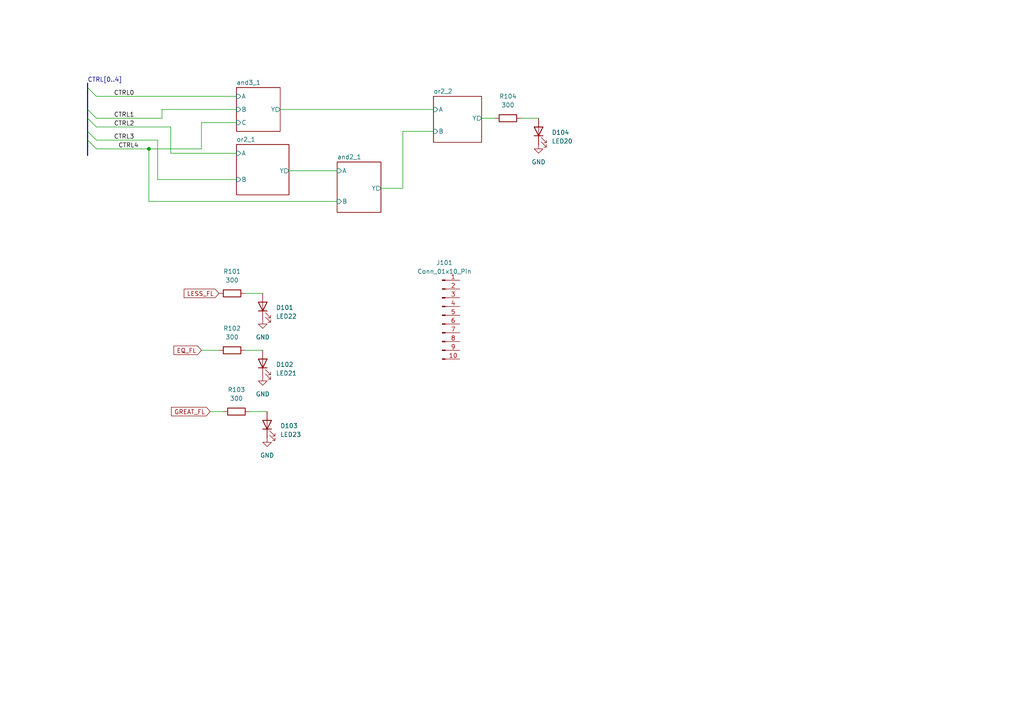
<source format=kicad_sch>
(kicad_sch (version 20250114) (generator "eeschema") (generator_version "9.0")
  (paper "A4")
  (lib_symbols
    (symbol "Connector:Conn_01x10_Pin" (pin_names (offset 1.016) (hide yes))
      (property "Reference" "J" (at 0 12.7 0))
      (property "Value" "Conn_01x10_Pin" (at 0 -15.24 0))
      (symbol "Conn_01x10_Pin_1_1"
        (rectangle (start 0.8636 10.287) (end 0 10.033) (stroke (width 0.1524)) (fill (type outline)))
        (rectangle (start 0.8636 7.747) (end 0 7.493) (stroke (width 0.1524)) (fill (type outline)))
        (rectangle (start 0.8636 5.207) (end 0 4.953) (stroke (width 0.1524)) (fill (type outline)))
        (rectangle (start 0.8636 2.667) (end 0 2.413) (stroke (width 0.1524)) (fill (type outline)))
        (rectangle (start 0.8636 0.127) (end 0 -0.127) (stroke (width 0.1524)) (fill (type outline)))
        (rectangle (start 0.8636 -2.413) (end 0 -2.667) (stroke (width 0.1524)) (fill (type outline)))
        (rectangle (start 0.8636 -4.953) (end 0 -5.207) (stroke (width 0.1524)) (fill (type outline)))
        (rectangle (start 0.8636 -7.493) (end 0 -7.747) (stroke (width 0.1524)) (fill (type outline)))
        (rectangle (start 0.8636 -10.033) (end 0 -10.287) (stroke (width 0.1524)) (fill (type outline)))
        (rectangle (start 0.8636 -12.573) (end 0 -12.827) (stroke (width 0.1524)) (fill (type outline)))
        (polyline (pts (xy 1.27 10.16) (xy 0.8636 10.16)) (stroke (width 0.1524)))
        (polyline (pts (xy 1.27 7.62) (xy 0.8636 7.62)) (stroke (width 0.1524)))
        (polyline (pts (xy 1.27 5.08) (xy 0.8636 5.08)) (stroke (width 0.1524)))
        (polyline (pts (xy 1.27 2.54) (xy 0.8636 2.54)) (stroke (width 0.1524)))
        (polyline (pts (xy 1.27 0) (xy 0.8636 0)) (stroke (width 0.1524)))
        (polyline (pts (xy 1.27 -2.54) (xy 0.8636 -2.54)) (stroke (width 0.1524)))
        (polyline (pts (xy 1.27 -5.08) (xy 0.8636 -5.08)) (stroke (width 0.1524)))
        (polyline (pts (xy 1.27 -7.62) (xy 0.8636 -7.62)) (stroke (width 0.1524)))
        (polyline (pts (xy 1.27 -10.16) (xy 0.8636 -10.16)) (stroke (width 0.1524)))
        (polyline (pts (xy 1.27 -12.7) (xy 0.8636 -12.7)) (stroke (width 0.1524)))
        (pin passive line (at 5.08 10.16 180) (length 3.81) (name "Pin_1") (number "1"))
        (pin passive line (at 5.08 7.62 180) (length 3.81) (name "Pin_2") (number "2"))
        (pin passive line (at 5.08 5.08 180) (length 3.81) (name "Pin_3") (number "3"))
        (pin passive line (at 5.08 2.54 180) (length 3.81) (name "Pin_4") (number "4"))
        (pin passive line (at 5.08 0 180) (length 3.81) (name "Pin_5") (number "5"))
        (pin passive line (at 5.08 -2.54 180) (length 3.81) (name "Pin_6") (number "6"))
        (pin passive line (at 5.08 -5.08 180) (length 3.81) (name "Pin_7") (number "7"))
        (pin passive line (at 5.08 -7.62 180) (length 3.81) (name "Pin_8") (number "8"))
        (pin passive line (at 5.08 -10.16 180) (length 3.81) (name "Pin_9") (number "9"))
        (pin passive line (at 5.08 -12.7 180) (length 3.81) (name "Pin_10") (number "10"))
      )
    )
    (symbol "Device:LED" (pin_numbers (hide yes)) (pin_names (offset 1.016) (hide yes))
      (property "Reference" "D" (at 0 2.54 0))
      (property "Value" "LED" (at 0 -2.54 0))
      (symbol "LED_0_1"
        (polyline (pts (xy -3.048 -0.762) (xy -4.572 -2.286) (xy -3.81 -2.286) (xy -4.572 -2.286) (xy -4.572 -1.524)))
        (polyline (pts (xy -1.778 -0.762) (xy -3.302 -2.286) (xy -2.54 -2.286) (xy -3.302 -2.286) (xy -3.302 -1.524)))
        (polyline (pts (xy -1.27 0) (xy 1.27 0)))
        (polyline (pts (xy -1.27 -1.27) (xy -1.27 1.27)) (stroke (width 0.254)))
        (polyline (pts (xy 1.27 -1.27) (xy 1.27 1.27) (xy -1.27 0) (xy 1.27 -1.27)) (stroke (width 0.254)))
      )
      (symbol "LED_1_1"
        (pin passive line (at -3.81 0 0) (length 2.54) (name "K") (number "1"))
        (pin passive line (at 3.81 0 180) (length 2.54) (name "A") (number "2"))
      )
    )
    (symbol "Device:R" (pin_numbers (hide yes)) (pin_names (offset 0))
      (property "Reference" "R" (at 2.032 0 90))
      (property "Value" "R" (at 0 0 90))
      (symbol "R_0_1"
        (rectangle (start -1.016 -2.54) (end 1.016 2.54) (stroke (width 0.254)))
      )
      (symbol "R_1_1"
        (pin passive line (at 0 3.81 270) (length 1.27) (name "~") (number "1"))
        (pin passive line (at 0 -3.81 90) (length 1.27) (name "~") (number "2"))
      )
    )
    (symbol "power:GND" (power) (pin_numbers (hide yes)) (pin_names (offset 0) (hide yes))
      (property "Value" "GND" (at 0 -3.81 0))
      (symbol "GND_0_1"
        (polyline (pts (xy 0 0) (xy 0 -1.27) (xy 1.27 -1.27) (xy 0 -2.54) (xy -1.27 -1.27) (xy 0 -1.27)))
      )
      (symbol "GND_1_1"
        (pin power_in line (at 0 0 270) (length 0) (name "~") (number "1"))
      )
    )
  )
  (junction (at 43.18 43.18))
  (bus_entry (at 25.4 31.75) (size 2.54 2.54))
  (bus_entry (at 25.4 38.1) (size 2.54 2.54))
  (bus_entry (at 25.4 25.4) (size 2.54 2.54))
  (bus_entry (at 25.4 34.29) (size 2.54 2.54))
  (bus_entry (at 25.4 40.64) (size 2.54 2.54))
  (wire (pts (xy 83.82 49.53) (xy 97.79 49.53)))
  (wire (pts (xy 49.53 36.83) (xy 49.53 44.45)))
  (wire (pts (xy 45.72 40.64) (xy 45.72 52.07)))
  (wire (pts (xy 45.72 52.07) (xy 68.58 52.07)))
  (wire (pts (xy 68.58 35.56) (xy 58.42 35.56)))
  (bus (pts (xy 25.4 34.29) (xy 25.4 38.1)))
  (wire (pts (xy 116.84 38.1) (xy 125.73 38.1)))
  (wire (pts (xy 139.7 34.29) (xy 143.51 34.29)))
  (wire (pts (xy 27.94 36.83) (xy 49.53 36.83)))
  (bus (pts (xy 25.4 24.13) (xy 25.4 25.4)))
  (wire (pts (xy 27.94 34.29) (xy 46.99 34.29)))
  (wire (pts (xy 81.28 31.75) (xy 125.73 31.75)))
  (bus (pts (xy 25.4 31.75) (xy 25.4 34.29)))
  (wire (pts (xy 110.49 54.61) (xy 116.84 54.61)))
  (wire (pts (xy 43.18 43.18) (xy 58.42 43.18)))
  (wire (pts (xy 58.42 101.6) (xy 63.5 101.6)))
  (wire (pts (xy 116.84 54.61) (xy 116.84 38.1)))
  (wire (pts (xy 60.96 119.38) (xy 64.77 119.38)))
  (wire (pts (xy 72.39 119.38) (xy 77.47 119.38)))
  (wire (pts (xy 43.18 58.42) (xy 97.79 58.42)))
  (bus (pts (xy 25.4 25.4) (xy 25.4 31.75)))
  (wire (pts (xy 46.99 31.75) (xy 46.99 34.29)))
  (wire (pts (xy 151.13 34.29) (xy 156.21 34.29)))
  (wire (pts (xy 68.58 31.75) (xy 46.99 31.75)))
  (wire (pts (xy 43.18 43.18) (xy 43.18 58.42)))
  (wire (pts (xy 58.42 35.56) (xy 58.42 43.18)))
  (wire (pts (xy 49.53 44.45) (xy 68.58 44.45)))
  (bus (pts (xy 25.4 40.64) (xy 25.4 45.085)))
  (bus (pts (xy 25.4 38.1) (xy 25.4 40.64)))
  (wire (pts (xy 27.94 27.94) (xy 68.58 27.94)))
  (wire (pts (xy 27.94 43.18) (xy 43.18 43.18)))
  (wire (pts (xy 71.12 101.6) (xy 76.2 101.6)))
  (wire (pts (xy 71.12 85.09) (xy 76.2 85.09)))
  (wire (pts (xy 27.94 40.64) (xy 45.72 40.64)))
  (label "CTRL3" (at 33.02 40.64 0))
  (label "CTRL0" (at 33.02 27.94 0))
  (label "CTRL2" (at 33.02 36.83 0))
  (label "CTRL4" (at 34.29 43.18 0))
  (label "CTRL1" (at 33.02 34.29 0))
  (label "CTRL[0..4]" (at 25.4 24.13 0))
  (global_label "GREAT_FL" (shape input) (at 60.96 119.38 180) (property "Intersheetrefs" "${INTERSHEET_REFS}" (effects (hide yes))))
  (global_label "LESS_FL" (shape input) (at 63.5 85.09 180) (property "Intersheetrefs" "${INTERSHEET_REFS}" (effects (hide yes))))
  (global_label "EQ_FL" (shape input) (at 58.42 101.6 180) (property "Intersheetrefs" "${INTERSHEET_REFS}" (effects (hide yes))))
  (symbol (lib_id "Device:R") (at 67.31 101.6 270) (unit 1)
    (property "Reference" "R102" (at 67.31 95.25 90))
    (property "Value" "300" (at 67.31 97.79 90))
    (property "Footprint" "Resistor_SMD:R_0805_2012Metric" (effects (hide yes)))
    (property "Description" "Resistor" (effects (hide yes)))
  )
  (symbol (lib_id "Device:R") (at 147.32 34.29 270) (unit 1)
    (property "Reference" "R104" (at 147.32 27.94 90))
    (property "Value" "300" (at 147.32 30.48 90))
    (property "Footprint" "Resistor_SMD:R_0805_2012Metric" (effects (hide yes)))
    (property "Description" "Resistor" (effects (hide yes)))
  )
  (symbol (lib_id "power:GND") (at 76.2 109.22 0) (unit 1)
    (property "Reference" "#PWR0102" (effects (hide yes)))
    (property "Value" "GND" (at 76.2 114.3 0))
    (property "Description" "Power symbol creates a global label with name \"GND\" , ground" (effects (hide yes)))
  )
  (symbol (lib_id "Device:LED") (at 76.2 88.9 90) (unit 1)
    (property "Reference" "D101" (at 80.01 89.2174 90) (effects (justify right)))
    (property "Value" "LED22" (at 80.01 91.7574 90) (effects (justify right)))
    (property "Footprint" "LED_THT:LED_D3.0mm" (effects (hide yes)))
    (property "Description" "Light emitting diode" (effects (hide yes)))
    (property "Sim.Pins" "1=K 2=A" (effects (hide yes)))
  )
  (symbol (lib_id "Device:R") (at 67.31 85.09 270) (unit 1)
    (property "Reference" "R101" (at 67.31 78.74 90))
    (property "Value" "300" (at 67.31 81.28 90))
    (property "Footprint" "Resistor_SMD:R_0805_2012Metric" (effects (hide yes)))
    (property "Description" "Resistor" (effects (hide yes)))
  )
  (symbol (lib_id "Device:LED") (at 156.21 38.1 90) (unit 1)
    (property "Reference" "D104" (at 160.02 38.4174 90) (effects (justify right)))
    (property "Value" "LED20" (at 160.02 40.9574 90) (effects (justify right)))
    (property "Footprint" "LED_THT:LED_D3.0mm" (effects (hide yes)))
    (property "Description" "Light emitting diode" (effects (hide yes)))
    (property "Sim.Pins" "1=K 2=A" (effects (hide yes)))
  )
  (symbol (lib_id "Device:R") (at 68.58 119.38 270) (unit 1)
    (property "Reference" "R103" (at 68.58 113.03 90))
    (property "Value" "300" (at 68.58 115.57 90))
    (property "Footprint" "Resistor_SMD:R_0805_2012Metric" (effects (hide yes)))
    (property "Description" "Resistor" (effects (hide yes)))
  )
  (symbol (lib_id "Device:LED") (at 77.47 123.19 90) (unit 1)
    (property "Reference" "D103" (at 81.28 123.5074 90) (effects (justify right)))
    (property "Value" "LED23" (at 81.28 126.0474 90) (effects (justify right)))
    (property "Footprint" "LED_THT:LED_D3.0mm" (effects (hide yes)))
    (property "Description" "Light emitting diode" (effects (hide yes)))
    (property "Sim.Pins" "1=K 2=A" (effects (hide yes)))
  )
  (symbol (lib_id "Connector:Conn_01x10_Pin") (at 128.27 91.44 0) (unit 1)
    (property "Reference" "J101" (at 128.905 76.2 0))
    (property "Value" "Conn_01x10_Pin" (at 128.905 78.74 0))
    (property "Footprint" "Connector_Harwin:Harwin_Gecko-G125-FVX1005L0X_2x05_P1.25mm_Vertical" (effects (hide yes)))
    (property "Description" "Generic connector, single row, 01x10, script generated" (effects (hide yes)))
  )
  (symbol (lib_id "power:GND") (at 76.2 92.71 0) (unit 1)
    (property "Reference" "#PWR0101" (effects (hide yes)))
    (property "Value" "GND" (at 76.2 97.79 0))
    (property "Description" "Power symbol creates a global label with name \"GND\" , ground" (effects (hide yes)))
  )
  (symbol (lib_id "power:GND") (at 77.47 127 0) (unit 1)
    (property "Reference" "#PWR0103" (effects (hide yes)))
    (property "Value" "GND" (at 77.47 132.08 0))
    (property "Description" "Power symbol creates a global label with name \"GND\" , ground" (effects (hide yes)))
  )
  (symbol (lib_id "Device:LED") (at 76.2 105.41 90) (unit 1)
    (property "Reference" "D102" (at 80.01 105.7274 90) (effects (justify right)))
    (property "Value" "LED21" (at 80.01 108.2674 90) (effects (justify right)))
    (property "Footprint" "LED_THT:LED_D3.0mm" (effects (hide yes)))
    (property "Description" "Light emitting diode" (effects (hide yes)))
    (property "Sim.Pins" "1=K 2=A" (effects (hide yes)))
  )
  (symbol (lib_id "power:GND") (at 156.21 41.91 0) (unit 1)
    (property "Reference" "#PWR0104" (effects (hide yes)))
    (property "Value" "GND" (at 156.21 46.99 0))
    (property "Description" "Power symbol creates a global label with name \"GND\" , ground" (effects (hide yes)))
  )
  (sheet (at 125.73 27.94) (size 13.97 13.335) (stroke (width 0.1524))
    (property "Sheetname" "or2_2" (at 125.73 27.2284 0) (effects (justify left bottom)))
    (property "Sheetfile" "../../../modules/gates/gate_or/gate_or_2in/gate_or_2in.kicad_sch" (effects (hide yes)))
    (pin "B" input (at 125.73 38.1 180))
    (pin "A" input (at 125.73 31.75 180))
    (pin "Y" output (at 139.7 34.29 0))
  )
  (sheet (at 97.79 46.99) (size 12.7 14.605) (stroke (width 0.1524))
    (property "Sheetname" "and2_1" (at 97.79 46.2784 0) (effects (justify left bottom)))
    (property "Sheetfile" "../../../modules/gates/gate_and/gate_and_2in/gate_and_2in.kicad_sch" (effects (hide yes)))
    (pin "A" input (at 97.79 49.53 180))
    (pin "B" input (at 97.79 58.42 180))
    (pin "Y" output (at 110.49 54.61 0))
  )
  (sheet (at 68.58 25.4) (size 12.7 12.7) (stroke (width 0.1524))
    (property "Sheetname" "and3_1" (at 68.58 24.6884 0) (effects (justify left bottom)))
    (property "Sheetfile" "../../../modules/gates/gate_and/gate_and_3in/gate_and_3in.kicad_sch" (effects (hide yes)))
    (pin "Y" output (at 81.28 31.75 0))
    (pin "B" input (at 68.58 31.75 180))
    (pin "A" input (at 68.58 27.94 180))
    (pin "C" input (at 68.58 35.56 180))
  )
  (sheet (at 68.58 41.91) (size 15.24 14.605) (stroke (width 0.1524))
    (property "Sheetname" "or2_1" (at 68.58 41.1984 0) (effects (justify left bottom)))
    (property "Sheetfile" "../../../modules/gates/gate_or/gate_or_2in/gate_or_2in.kicad_sch" (effects (hide yes)))
    (pin "B" input (at 68.58 52.07 180))
    (pin "A" input (at 68.58 44.45 180))
    (pin "Y" output (at 83.82 49.53 0))
  )
)
</source>
